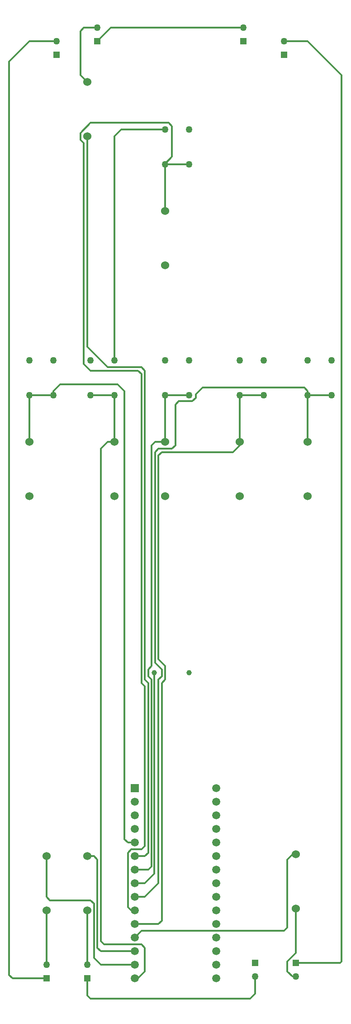
<source format=gbr>
G04 DipTrace 3.3.1.3*
G04 Top.gbr*
%MOIN*%
G04 #@! TF.FileFunction,Copper,L1,Top*
G04 #@! TF.Part,Single*
G04 #@! TA.AperFunction,Conductor*
%ADD13C,0.012992*%
G04 #@! TA.AperFunction,ComponentPad*
%ADD14C,0.05*%
%ADD17R,0.059055X0.059055*%
%ADD18C,0.059055*%
%ADD19R,0.05X0.05*%
%ADD20C,0.0394*%
%ADD21C,0.06*%
%ADD22C,0.06*%
%ADD23C,0.05*%
%FSLAX26Y26*%
G04*
G70*
G90*
G75*
G01*
G04 Top*
%LPD*%
X2041501Y6612794D2*
D13*
X2218700D1*
X2041501D2*
Y6270899D1*
X2043700Y6268700D1*
X1818700Y1118700D2*
X1793700D1*
X1768700Y1143700D1*
Y1543700D1*
X1793700Y1568700D1*
X1868700D1*
X1893700Y1593700D1*
Y2768700D1*
X1868700Y2793700D1*
Y5068700D1*
X1843700Y5093700D1*
X1493700D1*
X1443700Y5143700D1*
Y6768700D1*
X1418700Y6793700D1*
Y6843700D1*
X1493700Y6918700D1*
X2068700D1*
X2093700Y6893700D1*
Y6668700D1*
X2041501Y6616501D1*
Y6612794D1*
X3091501Y4912794D2*
X3268700D1*
X3091501D2*
Y4570899D1*
X3093700Y4568700D1*
X1818700Y1218700D2*
X1893700D1*
X1993700Y1318700D1*
Y2818700D1*
X2018700Y2843700D1*
Y2893700D1*
X1968700Y2943700D1*
Y4493700D1*
X1993700Y4518700D1*
X2093700D1*
X2118700Y4543700D1*
Y4843700D1*
X2143700Y4868700D1*
X2243700D1*
X2268700Y4893700D1*
Y4918700D1*
X2318700Y4968700D1*
X3068700D1*
X3093700Y4943700D1*
Y4914994D1*
X3091501Y4912794D1*
X1468700Y6818700D2*
Y5268700D1*
X1618700Y5118700D1*
X1868700D1*
X1893700Y5093700D1*
Y2818700D1*
X1918700Y2793700D1*
Y1543700D1*
X1893700Y1518700D1*
X1818700D1*
X1962794Y2868700D2*
Y1387794D1*
X1893700Y1318700D1*
X1818700D1*
X2043700Y4568700D2*
Y4910595D1*
X2041501Y4912794D1*
X2218700D1*
X1818700Y1418700D2*
X1918700D1*
X1943700Y1443700D1*
Y2818700D1*
X1918700Y2843700D1*
Y2893700D1*
X1943700Y2918700D1*
Y4543700D1*
X1968700Y4568700D1*
X2043700D1*
X1491501Y4912794D2*
X1668700D1*
Y4568700D1*
X1818700Y618700D2*
X1843700D1*
X1893700Y668700D1*
Y843700D1*
X1868700Y868700D1*
X1593700D1*
X1568700Y893700D1*
Y4518700D1*
X1618700Y4568700D1*
X1668700D1*
X1818700Y718700D2*
X1568700D1*
X1518700Y768700D1*
Y1168700D1*
X1493700Y1193700D1*
X1193700D1*
X1168700Y1218700D1*
Y1518700D1*
X1043700Y4568700D2*
Y4910595D1*
X1041501Y4912794D1*
X1218700D1*
X1818700Y1618700D2*
X1768700D1*
X1743700Y1643700D1*
Y4943700D1*
X1693700Y4993700D1*
X1268700D1*
X1218700Y4943700D1*
Y4912794D1*
X1243700Y7518700D2*
X1043700D1*
X893700Y7368700D1*
Y643700D1*
X918700Y618700D1*
X1168700D1*
X3006200Y731200D2*
X3331200D1*
X3343700Y743700D1*
Y7268700D1*
X3093700Y7518700D1*
X2918700D1*
X2618700Y7618700D2*
X1643700D1*
X1543700Y7518700D1*
Y7618700D2*
X1443700D1*
X1418700Y7593700D1*
Y7268700D1*
X1468700Y7218700D1*
Y618700D2*
Y493700D1*
X1493700Y468700D1*
X2668700D1*
X2706200Y506200D1*
Y631200D1*
X1468700Y1118700D2*
Y718700D1*
X3006200Y1131200D2*
Y806200D1*
X2943700Y743700D1*
Y668700D1*
X2981200Y631200D1*
X3006200D1*
X1168700Y1118700D2*
Y718700D1*
X1668700Y5168700D2*
Y6818700D1*
X1718700Y6868700D1*
X2041501D1*
X2593700Y4568700D2*
Y4910595D1*
X2591501Y4912794D1*
X2768700D2*
X2591501D1*
X1818700Y1018700D2*
X1993700D1*
X2018700Y1043700D1*
Y2793700D1*
X2043700Y2818700D1*
Y2918700D1*
X1993700Y2968700D1*
Y4468700D1*
X2018700Y4493700D1*
X2543700D1*
X2593700Y4543700D1*
Y4568700D1*
X1818700Y918700D2*
X1868700Y968700D1*
X2918700D1*
X2943700Y993700D1*
Y1493700D1*
X2981200Y1531200D1*
X3006200D1*
X1818700Y818700D2*
X1568700D1*
X1543700Y843700D1*
Y1493700D1*
X1518700Y1518700D1*
X1468700D1*
D17*
X1818700Y2018700D3*
D18*
Y1918700D3*
Y1818700D3*
Y1718700D3*
Y1618700D3*
Y1518700D3*
Y1418700D3*
Y1318700D3*
Y1218700D3*
Y1118700D3*
Y1018700D3*
Y918700D3*
Y818700D3*
Y718700D3*
Y618700D3*
X2418700D3*
Y718700D3*
Y818700D3*
Y918700D3*
Y1018700D3*
Y1118700D3*
Y1218700D3*
Y1318700D3*
Y1418700D3*
Y1518700D3*
Y1618700D3*
Y1718700D3*
Y1818700D3*
Y1918700D3*
Y2018700D3*
D14*
X1168700Y718700D3*
D19*
Y618700D3*
D14*
X1243700Y7518700D3*
D19*
Y7418700D3*
D14*
X3006200Y631200D3*
D19*
Y731200D3*
D14*
X2918700Y7518700D3*
D19*
Y7418700D3*
D14*
X1543700Y7618700D3*
D19*
Y7518700D3*
D14*
X2618700Y7618700D3*
D19*
Y7518700D3*
D14*
X1468700Y718700D3*
D19*
Y618700D3*
D14*
X2706200Y631200D3*
D19*
Y731200D3*
D20*
X2218700Y2868700D3*
X1962794D3*
D21*
X1168700Y1118700D3*
D22*
Y1518700D3*
D21*
X3006200Y1131200D3*
D22*
Y1531200D3*
D21*
X1468700Y7218700D3*
D22*
Y6818700D3*
D21*
Y1118700D3*
D22*
Y1518700D3*
D21*
X1668700Y4568700D3*
D22*
Y4168700D3*
D21*
X2593700Y4568700D3*
D22*
Y4168700D3*
D21*
X3093700Y4568700D3*
D22*
Y4168700D3*
D21*
X1043700Y4568700D3*
D22*
Y4168700D3*
D21*
X2043700Y6268700D3*
D22*
Y5868700D3*
D21*
Y4568700D3*
D22*
Y4168700D3*
D23*
X1668700Y5168700D3*
X1491501D3*
Y4912794D3*
X1668700D3*
X2768700Y5168700D3*
X2591501D3*
Y4912794D3*
X2768700D3*
X3268700Y5168700D3*
X3091501D3*
Y4912794D3*
X3268700D3*
X1218700Y5168700D3*
X1041501D3*
Y4912794D3*
X1218700D3*
X2218700Y6868700D3*
X2041501D3*
Y6612794D3*
X2218700D3*
Y5168700D3*
X2041501D3*
Y4912794D3*
X2218700D3*
M02*

</source>
